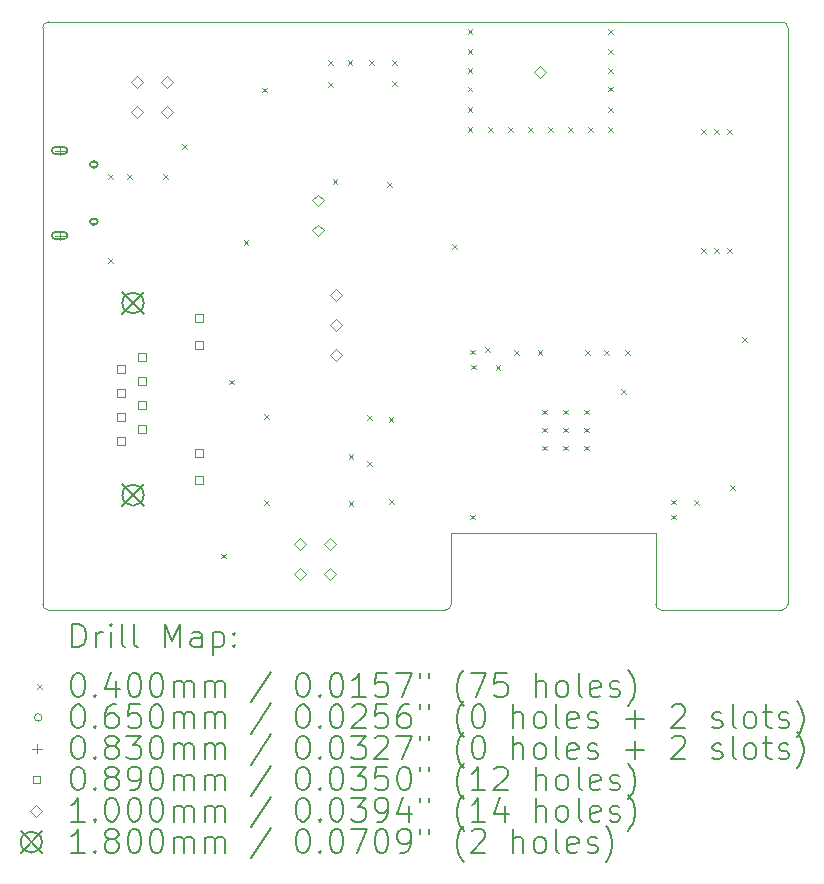
<source format=gbr>
%FSLAX45Y45*%
G04 Gerber Fmt 4.5, Leading zero omitted, Abs format (unit mm)*
G04 Created by KiCad (PCBNEW (6.0.1-0)) date 2022-01-18 00:38:37*
%MOMM*%
%LPD*%
G01*
G04 APERTURE LIST*
%TA.AperFunction,Profile*%
%ADD10C,0.100000*%
%TD*%
%ADD11C,0.200000*%
%ADD12C,0.040000*%
%ADD13C,0.065000*%
%ADD14C,0.083000*%
%ADD15C,0.089000*%
%ADD16C,0.100000*%
%ADD17C,0.180000*%
G04 APERTURE END LIST*
D10*
X5273200Y-15596800D02*
G75*
G03*
X5323200Y-15646800I50000J0D01*
G01*
X11533200Y-10666800D02*
X5323200Y-10666800D01*
X8683200Y-15646800D02*
X5323200Y-15646800D01*
X11533200Y-15646800D02*
X10513200Y-15646800D01*
X10463200Y-15596800D02*
G75*
G03*
X10513200Y-15646800I50000J0D01*
G01*
X11533200Y-15646800D02*
G75*
G03*
X11583200Y-15596800I0J50000D01*
G01*
X11583200Y-15596800D02*
X11583200Y-10716800D01*
X10463200Y-14996800D02*
X8733200Y-14996800D01*
X5273200Y-15596800D02*
X5273200Y-10716800D01*
X11583200Y-10716800D02*
G75*
G03*
X11533200Y-10666800I-50000J0D01*
G01*
X10463200Y-15596800D02*
X10463200Y-14996800D01*
X5323200Y-10666800D02*
G75*
G03*
X5273200Y-10716800I0J-50000D01*
G01*
X8683200Y-15646800D02*
G75*
G03*
X8733200Y-15596800I0J50000D01*
G01*
X8733200Y-14996800D02*
X8733200Y-15596800D01*
D11*
D12*
X5831087Y-11959099D02*
X5871087Y-11999099D01*
X5871087Y-11959099D02*
X5831087Y-11999099D01*
X5831087Y-12668373D02*
X5871087Y-12708373D01*
X5871087Y-12668373D02*
X5831087Y-12708373D01*
X5987100Y-11956100D02*
X6027100Y-11996100D01*
X6027100Y-11956100D02*
X5987100Y-11996100D01*
X6291900Y-11956100D02*
X6331900Y-11996100D01*
X6331900Y-11956100D02*
X6291900Y-11996100D01*
X6457000Y-11702100D02*
X6497000Y-11742100D01*
X6497000Y-11702100D02*
X6457000Y-11742100D01*
X6787200Y-15169200D02*
X6827200Y-15209200D01*
X6827200Y-15169200D02*
X6787200Y-15209200D01*
X6850700Y-13696000D02*
X6890700Y-13736000D01*
X6890700Y-13696000D02*
X6850700Y-13736000D01*
X6976430Y-12516170D02*
X7016430Y-12556170D01*
X7016430Y-12516170D02*
X6976430Y-12556170D01*
X7130100Y-11224580D02*
X7170100Y-11264580D01*
X7170100Y-11224580D02*
X7130100Y-11264580D01*
X7149150Y-14718350D02*
X7189150Y-14758350D01*
X7189150Y-14718350D02*
X7149150Y-14758350D01*
X7149150Y-13988100D02*
X7189150Y-14028100D01*
X7189150Y-13988100D02*
X7149150Y-14028100D01*
X7691030Y-10992600D02*
X7731030Y-11032600D01*
X7731030Y-10992600D02*
X7691030Y-11032600D01*
X7691030Y-11176750D02*
X7731030Y-11216750D01*
X7731030Y-11176750D02*
X7691030Y-11216750D01*
X7729130Y-11995900D02*
X7769130Y-12035900D01*
X7769130Y-11995900D02*
X7729130Y-12035900D01*
X7856130Y-10992600D02*
X7896130Y-11032600D01*
X7896130Y-10992600D02*
X7856130Y-11032600D01*
X7865000Y-14328051D02*
X7905000Y-14368051D01*
X7905000Y-14328051D02*
X7865000Y-14368051D01*
X7865000Y-14728100D02*
X7905000Y-14768100D01*
X7905000Y-14728100D02*
X7865000Y-14768100D01*
X8019100Y-13994450D02*
X8059100Y-14034450D01*
X8059100Y-13994450D02*
X8019100Y-14034450D01*
X8019100Y-14388150D02*
X8059100Y-14428150D01*
X8059100Y-14388150D02*
X8019100Y-14428150D01*
X8040280Y-10992600D02*
X8080280Y-11032600D01*
X8080280Y-10992600D02*
X8040280Y-11032600D01*
X8187730Y-12026250D02*
X8227730Y-12066250D01*
X8227730Y-12026250D02*
X8187730Y-12066250D01*
X8203250Y-14013500D02*
X8243250Y-14053500D01*
X8243250Y-14013500D02*
X8203250Y-14053500D01*
X8207900Y-14709050D02*
X8247900Y-14749050D01*
X8247900Y-14709050D02*
X8207900Y-14749050D01*
X8230780Y-10992600D02*
X8270780Y-11032600D01*
X8270780Y-10992600D02*
X8230780Y-11032600D01*
X8230780Y-11170400D02*
X8270780Y-11210400D01*
X8270780Y-11170400D02*
X8230780Y-11210400D01*
X8741300Y-12550050D02*
X8781300Y-12590050D01*
X8781300Y-12550050D02*
X8741300Y-12590050D01*
X8872500Y-10896800D02*
X8912500Y-10936800D01*
X8912500Y-10896800D02*
X8872500Y-10936800D01*
X8872500Y-11216800D02*
X8912500Y-11256800D01*
X8912500Y-11216800D02*
X8872500Y-11256800D01*
X8872500Y-11557300D02*
X8912500Y-11597300D01*
X8912500Y-11557300D02*
X8872500Y-11597300D01*
X8873200Y-10726800D02*
X8913200Y-10766800D01*
X8913200Y-10726800D02*
X8873200Y-10766800D01*
X8873200Y-11056800D02*
X8913200Y-11096800D01*
X8913200Y-11056800D02*
X8873200Y-11096800D01*
X8873200Y-11386800D02*
X8913200Y-11426800D01*
X8913200Y-11386800D02*
X8873200Y-11426800D01*
X8895400Y-13442000D02*
X8935400Y-13482000D01*
X8935400Y-13442000D02*
X8895400Y-13482000D01*
X8895400Y-14839000D02*
X8935400Y-14879000D01*
X8935400Y-14839000D02*
X8895400Y-14879000D01*
X8901750Y-13569000D02*
X8941750Y-13609000D01*
X8941750Y-13569000D02*
X8901750Y-13609000D01*
X9022400Y-13422950D02*
X9062400Y-13462950D01*
X9062400Y-13422950D02*
X9022400Y-13462950D01*
X9043200Y-11556800D02*
X9083200Y-11596800D01*
X9083200Y-11556800D02*
X9043200Y-11596800D01*
X9109600Y-13570700D02*
X9149600Y-13610700D01*
X9149600Y-13570700D02*
X9109600Y-13610700D01*
X9213200Y-11556800D02*
X9253200Y-11596800D01*
X9253200Y-11556800D02*
X9213200Y-11596800D01*
X9268350Y-13445400D02*
X9308350Y-13485400D01*
X9308350Y-13445400D02*
X9268350Y-13485400D01*
X9383200Y-11556800D02*
X9423200Y-11596800D01*
X9423200Y-11556800D02*
X9383200Y-11596800D01*
X9465200Y-13445400D02*
X9505200Y-13485400D01*
X9505200Y-13445400D02*
X9465200Y-13485400D01*
X9505000Y-13950000D02*
X9545000Y-13990000D01*
X9545000Y-13950000D02*
X9505000Y-13990000D01*
X9505000Y-14102400D02*
X9545000Y-14142400D01*
X9545000Y-14102400D02*
X9505000Y-14142400D01*
X9505000Y-14254800D02*
X9545000Y-14294800D01*
X9545000Y-14254800D02*
X9505000Y-14294800D01*
X9553200Y-11556800D02*
X9593200Y-11596800D01*
X9593200Y-11556800D02*
X9553200Y-11596800D01*
X9682800Y-13950000D02*
X9722800Y-13990000D01*
X9722800Y-13950000D02*
X9682800Y-13990000D01*
X9682800Y-14102400D02*
X9722800Y-14142400D01*
X9722800Y-14102400D02*
X9682800Y-14142400D01*
X9682800Y-14254800D02*
X9722800Y-14294800D01*
X9722800Y-14254800D02*
X9682800Y-14294800D01*
X9723200Y-11556800D02*
X9763200Y-11596800D01*
X9763200Y-11556800D02*
X9723200Y-11596800D01*
X9860600Y-13950000D02*
X9900600Y-13990000D01*
X9900600Y-13950000D02*
X9860600Y-13990000D01*
X9860600Y-14102400D02*
X9900600Y-14142400D01*
X9900600Y-14102400D02*
X9860600Y-14142400D01*
X9860600Y-14254800D02*
X9900600Y-14294800D01*
X9900600Y-14254800D02*
X9860600Y-14294800D01*
X9865250Y-13445400D02*
X9905250Y-13485400D01*
X9905250Y-13445400D02*
X9865250Y-13485400D01*
X9893200Y-11556800D02*
X9933200Y-11596800D01*
X9933200Y-11556800D02*
X9893200Y-11596800D01*
X10025700Y-13448350D02*
X10065700Y-13488350D01*
X10065700Y-13448350D02*
X10025700Y-13488350D01*
X10062500Y-10896800D02*
X10102500Y-10936800D01*
X10102500Y-10896800D02*
X10062500Y-10936800D01*
X10062500Y-11216800D02*
X10102500Y-11256800D01*
X10102500Y-11216800D02*
X10062500Y-11256800D01*
X10063200Y-10726800D02*
X10103200Y-10766800D01*
X10103200Y-10726800D02*
X10063200Y-10766800D01*
X10063200Y-11056800D02*
X10103200Y-11096800D01*
X10103200Y-11056800D02*
X10063200Y-11096800D01*
X10063200Y-11386800D02*
X10103200Y-11426800D01*
X10103200Y-11386800D02*
X10063200Y-11426800D01*
X10063200Y-11556800D02*
X10103200Y-11596800D01*
X10103200Y-11556800D02*
X10063200Y-11596800D01*
X10171750Y-13778550D02*
X10211750Y-13818550D01*
X10211750Y-13778550D02*
X10171750Y-13818550D01*
X10208150Y-13445400D02*
X10248150Y-13485400D01*
X10248150Y-13445400D02*
X10208150Y-13485400D01*
X10597200Y-14712000D02*
X10637200Y-14752000D01*
X10637200Y-14712000D02*
X10597200Y-14752000D01*
X10597200Y-14839000D02*
X10637200Y-14879000D01*
X10637200Y-14839000D02*
X10597200Y-14879000D01*
X10790240Y-14719620D02*
X10830240Y-14759620D01*
X10830240Y-14719620D02*
X10790240Y-14759620D01*
X10850700Y-11572650D02*
X10890700Y-11612650D01*
X10890700Y-11572650D02*
X10850700Y-11612650D01*
X10850700Y-12582650D02*
X10890700Y-12622650D01*
X10890700Y-12582650D02*
X10850700Y-12622650D01*
X10960700Y-11572650D02*
X11000700Y-11612650D01*
X11000700Y-11572650D02*
X10960700Y-11612650D01*
X10960700Y-12582650D02*
X11000700Y-12622650D01*
X11000700Y-12582650D02*
X10960700Y-12622650D01*
X11070700Y-11572650D02*
X11110700Y-11612650D01*
X11110700Y-11572650D02*
X11070700Y-11612650D01*
X11070700Y-12582650D02*
X11110700Y-12622650D01*
X11110700Y-12582650D02*
X11070700Y-12622650D01*
X11097150Y-14587540D02*
X11137150Y-14627540D01*
X11137150Y-14587540D02*
X11097150Y-14627540D01*
X11199180Y-13337860D02*
X11239180Y-13377860D01*
X11239180Y-13337860D02*
X11199180Y-13377860D01*
D13*
X5740320Y-11874300D02*
G75*
G03*
X5740320Y-11874300I-32500J0D01*
G01*
D11*
X5717820Y-11851800D02*
X5697820Y-11851800D01*
X5717820Y-11896800D02*
X5697820Y-11896800D01*
X5697820Y-11851800D02*
G75*
G03*
X5697820Y-11896800I0J-22500D01*
G01*
X5717820Y-11896800D02*
G75*
G03*
X5717820Y-11851800I0J22500D01*
G01*
D13*
X5740320Y-12359300D02*
G75*
G03*
X5740320Y-12359300I-32500J0D01*
G01*
D11*
X5717820Y-12336800D02*
X5697820Y-12336800D01*
X5717820Y-12381800D02*
X5697820Y-12381800D01*
X5697820Y-12336800D02*
G75*
G03*
X5697820Y-12381800I0J-22500D01*
G01*
X5717820Y-12381800D02*
G75*
G03*
X5717820Y-12336800I0J22500D01*
G01*
D14*
X5417820Y-11715300D02*
X5417820Y-11798300D01*
X5376320Y-11756800D02*
X5459320Y-11756800D01*
D11*
X5451320Y-11725300D02*
X5384320Y-11725300D01*
X5451320Y-11788300D02*
X5384320Y-11788300D01*
X5384320Y-11725300D02*
G75*
G03*
X5384320Y-11788300I0J-31500D01*
G01*
X5451320Y-11788300D02*
G75*
G03*
X5451320Y-11725300I0J31500D01*
G01*
D14*
X5417820Y-12435300D02*
X5417820Y-12518300D01*
X5376320Y-12476800D02*
X5459320Y-12476800D01*
D11*
X5451320Y-12445300D02*
X5384320Y-12445300D01*
X5451320Y-12508300D02*
X5384320Y-12508300D01*
X5384320Y-12445300D02*
G75*
G03*
X5384320Y-12508300I0J-31500D01*
G01*
X5451320Y-12508300D02*
G75*
G03*
X5451320Y-12445300I0J31500D01*
G01*
D15*
X5968717Y-13637117D02*
X5968717Y-13574183D01*
X5905783Y-13574183D01*
X5905783Y-13637117D01*
X5968717Y-13637117D01*
X5968717Y-13841117D02*
X5968717Y-13778183D01*
X5905783Y-13778183D01*
X5905783Y-13841117D01*
X5968717Y-13841117D01*
X5968717Y-14045117D02*
X5968717Y-13982183D01*
X5905783Y-13982183D01*
X5905783Y-14045117D01*
X5968717Y-14045117D01*
X5968717Y-14249117D02*
X5968717Y-14186183D01*
X5905783Y-14186183D01*
X5905783Y-14249117D01*
X5968717Y-14249117D01*
X6146717Y-13535117D02*
X6146717Y-13472183D01*
X6083783Y-13472183D01*
X6083783Y-13535117D01*
X6146717Y-13535117D01*
X6146717Y-13739117D02*
X6146717Y-13676183D01*
X6083783Y-13676183D01*
X6083783Y-13739117D01*
X6146717Y-13739117D01*
X6146717Y-13943117D02*
X6146717Y-13880183D01*
X6083783Y-13880183D01*
X6083783Y-13943117D01*
X6146717Y-13943117D01*
X6146717Y-14147117D02*
X6146717Y-14084183D01*
X6083783Y-14084183D01*
X6083783Y-14147117D01*
X6146717Y-14147117D01*
X6627717Y-13206117D02*
X6627717Y-13143183D01*
X6564783Y-13143183D01*
X6564783Y-13206117D01*
X6627717Y-13206117D01*
X6627717Y-13435117D02*
X6627717Y-13372183D01*
X6564783Y-13372183D01*
X6564783Y-13435117D01*
X6627717Y-13435117D01*
X6627717Y-14349117D02*
X6627717Y-14286183D01*
X6564783Y-14286183D01*
X6564783Y-14349117D01*
X6627717Y-14349117D01*
X6627717Y-14578117D02*
X6627717Y-14515183D01*
X6564783Y-14515183D01*
X6564783Y-14578117D01*
X6627717Y-14578117D01*
D16*
X6070600Y-11226000D02*
X6120600Y-11176000D01*
X6070600Y-11126000D01*
X6020600Y-11176000D01*
X6070600Y-11226000D01*
X6070600Y-11480000D02*
X6120600Y-11430000D01*
X6070600Y-11380000D01*
X6020600Y-11430000D01*
X6070600Y-11480000D01*
X6324600Y-11226000D02*
X6374600Y-11176000D01*
X6324600Y-11126000D01*
X6274600Y-11176000D01*
X6324600Y-11226000D01*
X6324600Y-11480000D02*
X6374600Y-11430000D01*
X6324600Y-11380000D01*
X6274600Y-11430000D01*
X6324600Y-11480000D01*
X7453200Y-15141000D02*
X7503200Y-15091000D01*
X7453200Y-15041000D01*
X7403200Y-15091000D01*
X7453200Y-15141000D01*
X7453200Y-15395000D02*
X7503200Y-15345000D01*
X7453200Y-15295000D01*
X7403200Y-15345000D01*
X7453200Y-15395000D01*
X7607300Y-12229300D02*
X7657300Y-12179300D01*
X7607300Y-12129300D01*
X7557300Y-12179300D01*
X7607300Y-12229300D01*
X7607300Y-12483300D02*
X7657300Y-12433300D01*
X7607300Y-12383300D01*
X7557300Y-12433300D01*
X7607300Y-12483300D01*
X7707200Y-15141000D02*
X7757200Y-15091000D01*
X7707200Y-15041000D01*
X7657200Y-15091000D01*
X7707200Y-15141000D01*
X7707200Y-15395000D02*
X7757200Y-15345000D01*
X7707200Y-15295000D01*
X7657200Y-15345000D01*
X7707200Y-15395000D01*
X7758000Y-13032800D02*
X7808000Y-12982800D01*
X7758000Y-12932800D01*
X7708000Y-12982800D01*
X7758000Y-13032800D01*
X7758000Y-13286800D02*
X7808000Y-13236800D01*
X7758000Y-13186800D01*
X7708000Y-13236800D01*
X7758000Y-13286800D01*
X7758000Y-13540800D02*
X7808000Y-13490800D01*
X7758000Y-13440800D01*
X7708000Y-13490800D01*
X7758000Y-13540800D01*
X9488170Y-11140910D02*
X9538170Y-11090910D01*
X9488170Y-11040910D01*
X9438170Y-11090910D01*
X9488170Y-11140910D01*
D17*
X5949250Y-12957650D02*
X6129250Y-13137650D01*
X6129250Y-12957650D02*
X5949250Y-13137650D01*
X6129250Y-13047650D02*
G75*
G03*
X6129250Y-13047650I-90000J0D01*
G01*
X5949250Y-14583650D02*
X6129250Y-14763650D01*
X6129250Y-14583650D02*
X5949250Y-14763650D01*
X6129250Y-14673650D02*
G75*
G03*
X6129250Y-14673650I-90000J0D01*
G01*
D11*
X5525819Y-15962276D02*
X5525819Y-15762276D01*
X5573438Y-15762276D01*
X5602009Y-15771800D01*
X5621057Y-15790848D01*
X5630581Y-15809895D01*
X5640105Y-15847990D01*
X5640105Y-15876562D01*
X5630581Y-15914657D01*
X5621057Y-15933705D01*
X5602009Y-15952752D01*
X5573438Y-15962276D01*
X5525819Y-15962276D01*
X5725819Y-15962276D02*
X5725819Y-15828943D01*
X5725819Y-15867038D02*
X5735343Y-15847990D01*
X5744867Y-15838467D01*
X5763914Y-15828943D01*
X5782962Y-15828943D01*
X5849628Y-15962276D02*
X5849628Y-15828943D01*
X5849628Y-15762276D02*
X5840105Y-15771800D01*
X5849628Y-15781324D01*
X5859152Y-15771800D01*
X5849628Y-15762276D01*
X5849628Y-15781324D01*
X5973438Y-15962276D02*
X5954390Y-15952752D01*
X5944867Y-15933705D01*
X5944867Y-15762276D01*
X6078200Y-15962276D02*
X6059152Y-15952752D01*
X6049628Y-15933705D01*
X6049628Y-15762276D01*
X6306771Y-15962276D02*
X6306771Y-15762276D01*
X6373438Y-15905133D01*
X6440105Y-15762276D01*
X6440105Y-15962276D01*
X6621057Y-15962276D02*
X6621057Y-15857514D01*
X6611533Y-15838467D01*
X6592486Y-15828943D01*
X6554390Y-15828943D01*
X6535343Y-15838467D01*
X6621057Y-15952752D02*
X6602009Y-15962276D01*
X6554390Y-15962276D01*
X6535343Y-15952752D01*
X6525819Y-15933705D01*
X6525819Y-15914657D01*
X6535343Y-15895609D01*
X6554390Y-15886086D01*
X6602009Y-15886086D01*
X6621057Y-15876562D01*
X6716295Y-15828943D02*
X6716295Y-16028943D01*
X6716295Y-15838467D02*
X6735343Y-15828943D01*
X6773438Y-15828943D01*
X6792486Y-15838467D01*
X6802009Y-15847990D01*
X6811533Y-15867038D01*
X6811533Y-15924181D01*
X6802009Y-15943228D01*
X6792486Y-15952752D01*
X6773438Y-15962276D01*
X6735343Y-15962276D01*
X6716295Y-15952752D01*
X6897248Y-15943228D02*
X6906771Y-15952752D01*
X6897248Y-15962276D01*
X6887724Y-15952752D01*
X6897248Y-15943228D01*
X6897248Y-15962276D01*
X6897248Y-15838467D02*
X6906771Y-15847990D01*
X6897248Y-15857514D01*
X6887724Y-15847990D01*
X6897248Y-15838467D01*
X6897248Y-15857514D01*
D12*
X5228200Y-16271800D02*
X5268200Y-16311800D01*
X5268200Y-16271800D02*
X5228200Y-16311800D01*
D11*
X5563914Y-16182276D02*
X5582962Y-16182276D01*
X5602009Y-16191800D01*
X5611533Y-16201324D01*
X5621057Y-16220371D01*
X5630581Y-16258467D01*
X5630581Y-16306086D01*
X5621057Y-16344181D01*
X5611533Y-16363228D01*
X5602009Y-16372752D01*
X5582962Y-16382276D01*
X5563914Y-16382276D01*
X5544867Y-16372752D01*
X5535343Y-16363228D01*
X5525819Y-16344181D01*
X5516295Y-16306086D01*
X5516295Y-16258467D01*
X5525819Y-16220371D01*
X5535343Y-16201324D01*
X5544867Y-16191800D01*
X5563914Y-16182276D01*
X5716295Y-16363228D02*
X5725819Y-16372752D01*
X5716295Y-16382276D01*
X5706771Y-16372752D01*
X5716295Y-16363228D01*
X5716295Y-16382276D01*
X5897248Y-16248943D02*
X5897248Y-16382276D01*
X5849628Y-16172752D02*
X5802009Y-16315609D01*
X5925819Y-16315609D01*
X6040105Y-16182276D02*
X6059152Y-16182276D01*
X6078200Y-16191800D01*
X6087724Y-16201324D01*
X6097248Y-16220371D01*
X6106771Y-16258467D01*
X6106771Y-16306086D01*
X6097248Y-16344181D01*
X6087724Y-16363228D01*
X6078200Y-16372752D01*
X6059152Y-16382276D01*
X6040105Y-16382276D01*
X6021057Y-16372752D01*
X6011533Y-16363228D01*
X6002009Y-16344181D01*
X5992486Y-16306086D01*
X5992486Y-16258467D01*
X6002009Y-16220371D01*
X6011533Y-16201324D01*
X6021057Y-16191800D01*
X6040105Y-16182276D01*
X6230581Y-16182276D02*
X6249628Y-16182276D01*
X6268676Y-16191800D01*
X6278200Y-16201324D01*
X6287724Y-16220371D01*
X6297248Y-16258467D01*
X6297248Y-16306086D01*
X6287724Y-16344181D01*
X6278200Y-16363228D01*
X6268676Y-16372752D01*
X6249628Y-16382276D01*
X6230581Y-16382276D01*
X6211533Y-16372752D01*
X6202009Y-16363228D01*
X6192486Y-16344181D01*
X6182962Y-16306086D01*
X6182962Y-16258467D01*
X6192486Y-16220371D01*
X6202009Y-16201324D01*
X6211533Y-16191800D01*
X6230581Y-16182276D01*
X6382962Y-16382276D02*
X6382962Y-16248943D01*
X6382962Y-16267990D02*
X6392486Y-16258467D01*
X6411533Y-16248943D01*
X6440105Y-16248943D01*
X6459152Y-16258467D01*
X6468676Y-16277514D01*
X6468676Y-16382276D01*
X6468676Y-16277514D02*
X6478200Y-16258467D01*
X6497248Y-16248943D01*
X6525819Y-16248943D01*
X6544867Y-16258467D01*
X6554390Y-16277514D01*
X6554390Y-16382276D01*
X6649628Y-16382276D02*
X6649628Y-16248943D01*
X6649628Y-16267990D02*
X6659152Y-16258467D01*
X6678200Y-16248943D01*
X6706771Y-16248943D01*
X6725819Y-16258467D01*
X6735343Y-16277514D01*
X6735343Y-16382276D01*
X6735343Y-16277514D02*
X6744867Y-16258467D01*
X6763914Y-16248943D01*
X6792486Y-16248943D01*
X6811533Y-16258467D01*
X6821057Y-16277514D01*
X6821057Y-16382276D01*
X7211533Y-16172752D02*
X7040105Y-16429895D01*
X7468676Y-16182276D02*
X7487724Y-16182276D01*
X7506771Y-16191800D01*
X7516295Y-16201324D01*
X7525819Y-16220371D01*
X7535343Y-16258467D01*
X7535343Y-16306086D01*
X7525819Y-16344181D01*
X7516295Y-16363228D01*
X7506771Y-16372752D01*
X7487724Y-16382276D01*
X7468676Y-16382276D01*
X7449628Y-16372752D01*
X7440105Y-16363228D01*
X7430581Y-16344181D01*
X7421057Y-16306086D01*
X7421057Y-16258467D01*
X7430581Y-16220371D01*
X7440105Y-16201324D01*
X7449628Y-16191800D01*
X7468676Y-16182276D01*
X7621057Y-16363228D02*
X7630581Y-16372752D01*
X7621057Y-16382276D01*
X7611533Y-16372752D01*
X7621057Y-16363228D01*
X7621057Y-16382276D01*
X7754390Y-16182276D02*
X7773438Y-16182276D01*
X7792486Y-16191800D01*
X7802009Y-16201324D01*
X7811533Y-16220371D01*
X7821057Y-16258467D01*
X7821057Y-16306086D01*
X7811533Y-16344181D01*
X7802009Y-16363228D01*
X7792486Y-16372752D01*
X7773438Y-16382276D01*
X7754390Y-16382276D01*
X7735343Y-16372752D01*
X7725819Y-16363228D01*
X7716295Y-16344181D01*
X7706771Y-16306086D01*
X7706771Y-16258467D01*
X7716295Y-16220371D01*
X7725819Y-16201324D01*
X7735343Y-16191800D01*
X7754390Y-16182276D01*
X8011533Y-16382276D02*
X7897248Y-16382276D01*
X7954390Y-16382276D02*
X7954390Y-16182276D01*
X7935343Y-16210848D01*
X7916295Y-16229895D01*
X7897248Y-16239419D01*
X8192486Y-16182276D02*
X8097248Y-16182276D01*
X8087724Y-16277514D01*
X8097248Y-16267990D01*
X8116295Y-16258467D01*
X8163914Y-16258467D01*
X8182962Y-16267990D01*
X8192486Y-16277514D01*
X8202009Y-16296562D01*
X8202009Y-16344181D01*
X8192486Y-16363228D01*
X8182962Y-16372752D01*
X8163914Y-16382276D01*
X8116295Y-16382276D01*
X8097248Y-16372752D01*
X8087724Y-16363228D01*
X8268676Y-16182276D02*
X8402010Y-16182276D01*
X8316295Y-16382276D01*
X8468676Y-16182276D02*
X8468676Y-16220371D01*
X8544867Y-16182276D02*
X8544867Y-16220371D01*
X8840105Y-16458467D02*
X8830581Y-16448943D01*
X8811533Y-16420371D01*
X8802010Y-16401324D01*
X8792486Y-16372752D01*
X8782962Y-16325133D01*
X8782962Y-16287038D01*
X8792486Y-16239419D01*
X8802010Y-16210848D01*
X8811533Y-16191800D01*
X8830581Y-16163228D01*
X8840105Y-16153705D01*
X8897248Y-16182276D02*
X9030581Y-16182276D01*
X8944867Y-16382276D01*
X9202010Y-16182276D02*
X9106771Y-16182276D01*
X9097248Y-16277514D01*
X9106771Y-16267990D01*
X9125819Y-16258467D01*
X9173438Y-16258467D01*
X9192486Y-16267990D01*
X9202010Y-16277514D01*
X9211533Y-16296562D01*
X9211533Y-16344181D01*
X9202010Y-16363228D01*
X9192486Y-16372752D01*
X9173438Y-16382276D01*
X9125819Y-16382276D01*
X9106771Y-16372752D01*
X9097248Y-16363228D01*
X9449629Y-16382276D02*
X9449629Y-16182276D01*
X9535343Y-16382276D02*
X9535343Y-16277514D01*
X9525819Y-16258467D01*
X9506771Y-16248943D01*
X9478200Y-16248943D01*
X9459152Y-16258467D01*
X9449629Y-16267990D01*
X9659152Y-16382276D02*
X9640105Y-16372752D01*
X9630581Y-16363228D01*
X9621057Y-16344181D01*
X9621057Y-16287038D01*
X9630581Y-16267990D01*
X9640105Y-16258467D01*
X9659152Y-16248943D01*
X9687724Y-16248943D01*
X9706771Y-16258467D01*
X9716295Y-16267990D01*
X9725819Y-16287038D01*
X9725819Y-16344181D01*
X9716295Y-16363228D01*
X9706771Y-16372752D01*
X9687724Y-16382276D01*
X9659152Y-16382276D01*
X9840105Y-16382276D02*
X9821057Y-16372752D01*
X9811533Y-16353705D01*
X9811533Y-16182276D01*
X9992486Y-16372752D02*
X9973438Y-16382276D01*
X9935343Y-16382276D01*
X9916295Y-16372752D01*
X9906771Y-16353705D01*
X9906771Y-16277514D01*
X9916295Y-16258467D01*
X9935343Y-16248943D01*
X9973438Y-16248943D01*
X9992486Y-16258467D01*
X10002010Y-16277514D01*
X10002010Y-16296562D01*
X9906771Y-16315609D01*
X10078200Y-16372752D02*
X10097248Y-16382276D01*
X10135343Y-16382276D01*
X10154390Y-16372752D01*
X10163914Y-16353705D01*
X10163914Y-16344181D01*
X10154390Y-16325133D01*
X10135343Y-16315609D01*
X10106771Y-16315609D01*
X10087724Y-16306086D01*
X10078200Y-16287038D01*
X10078200Y-16277514D01*
X10087724Y-16258467D01*
X10106771Y-16248943D01*
X10135343Y-16248943D01*
X10154390Y-16258467D01*
X10230581Y-16458467D02*
X10240105Y-16448943D01*
X10259152Y-16420371D01*
X10268676Y-16401324D01*
X10278200Y-16372752D01*
X10287724Y-16325133D01*
X10287724Y-16287038D01*
X10278200Y-16239419D01*
X10268676Y-16210848D01*
X10259152Y-16191800D01*
X10240105Y-16163228D01*
X10230581Y-16153705D01*
D13*
X5268200Y-16555800D02*
G75*
G03*
X5268200Y-16555800I-32500J0D01*
G01*
D11*
X5563914Y-16446276D02*
X5582962Y-16446276D01*
X5602009Y-16455800D01*
X5611533Y-16465324D01*
X5621057Y-16484371D01*
X5630581Y-16522467D01*
X5630581Y-16570086D01*
X5621057Y-16608181D01*
X5611533Y-16627228D01*
X5602009Y-16636752D01*
X5582962Y-16646276D01*
X5563914Y-16646276D01*
X5544867Y-16636752D01*
X5535343Y-16627228D01*
X5525819Y-16608181D01*
X5516295Y-16570086D01*
X5516295Y-16522467D01*
X5525819Y-16484371D01*
X5535343Y-16465324D01*
X5544867Y-16455800D01*
X5563914Y-16446276D01*
X5716295Y-16627228D02*
X5725819Y-16636752D01*
X5716295Y-16646276D01*
X5706771Y-16636752D01*
X5716295Y-16627228D01*
X5716295Y-16646276D01*
X5897248Y-16446276D02*
X5859152Y-16446276D01*
X5840105Y-16455800D01*
X5830581Y-16465324D01*
X5811533Y-16493895D01*
X5802009Y-16531990D01*
X5802009Y-16608181D01*
X5811533Y-16627228D01*
X5821057Y-16636752D01*
X5840105Y-16646276D01*
X5878200Y-16646276D01*
X5897248Y-16636752D01*
X5906771Y-16627228D01*
X5916295Y-16608181D01*
X5916295Y-16560562D01*
X5906771Y-16541514D01*
X5897248Y-16531990D01*
X5878200Y-16522467D01*
X5840105Y-16522467D01*
X5821057Y-16531990D01*
X5811533Y-16541514D01*
X5802009Y-16560562D01*
X6097248Y-16446276D02*
X6002009Y-16446276D01*
X5992486Y-16541514D01*
X6002009Y-16531990D01*
X6021057Y-16522467D01*
X6068676Y-16522467D01*
X6087724Y-16531990D01*
X6097248Y-16541514D01*
X6106771Y-16560562D01*
X6106771Y-16608181D01*
X6097248Y-16627228D01*
X6087724Y-16636752D01*
X6068676Y-16646276D01*
X6021057Y-16646276D01*
X6002009Y-16636752D01*
X5992486Y-16627228D01*
X6230581Y-16446276D02*
X6249628Y-16446276D01*
X6268676Y-16455800D01*
X6278200Y-16465324D01*
X6287724Y-16484371D01*
X6297248Y-16522467D01*
X6297248Y-16570086D01*
X6287724Y-16608181D01*
X6278200Y-16627228D01*
X6268676Y-16636752D01*
X6249628Y-16646276D01*
X6230581Y-16646276D01*
X6211533Y-16636752D01*
X6202009Y-16627228D01*
X6192486Y-16608181D01*
X6182962Y-16570086D01*
X6182962Y-16522467D01*
X6192486Y-16484371D01*
X6202009Y-16465324D01*
X6211533Y-16455800D01*
X6230581Y-16446276D01*
X6382962Y-16646276D02*
X6382962Y-16512943D01*
X6382962Y-16531990D02*
X6392486Y-16522467D01*
X6411533Y-16512943D01*
X6440105Y-16512943D01*
X6459152Y-16522467D01*
X6468676Y-16541514D01*
X6468676Y-16646276D01*
X6468676Y-16541514D02*
X6478200Y-16522467D01*
X6497248Y-16512943D01*
X6525819Y-16512943D01*
X6544867Y-16522467D01*
X6554390Y-16541514D01*
X6554390Y-16646276D01*
X6649628Y-16646276D02*
X6649628Y-16512943D01*
X6649628Y-16531990D02*
X6659152Y-16522467D01*
X6678200Y-16512943D01*
X6706771Y-16512943D01*
X6725819Y-16522467D01*
X6735343Y-16541514D01*
X6735343Y-16646276D01*
X6735343Y-16541514D02*
X6744867Y-16522467D01*
X6763914Y-16512943D01*
X6792486Y-16512943D01*
X6811533Y-16522467D01*
X6821057Y-16541514D01*
X6821057Y-16646276D01*
X7211533Y-16436752D02*
X7040105Y-16693895D01*
X7468676Y-16446276D02*
X7487724Y-16446276D01*
X7506771Y-16455800D01*
X7516295Y-16465324D01*
X7525819Y-16484371D01*
X7535343Y-16522467D01*
X7535343Y-16570086D01*
X7525819Y-16608181D01*
X7516295Y-16627228D01*
X7506771Y-16636752D01*
X7487724Y-16646276D01*
X7468676Y-16646276D01*
X7449628Y-16636752D01*
X7440105Y-16627228D01*
X7430581Y-16608181D01*
X7421057Y-16570086D01*
X7421057Y-16522467D01*
X7430581Y-16484371D01*
X7440105Y-16465324D01*
X7449628Y-16455800D01*
X7468676Y-16446276D01*
X7621057Y-16627228D02*
X7630581Y-16636752D01*
X7621057Y-16646276D01*
X7611533Y-16636752D01*
X7621057Y-16627228D01*
X7621057Y-16646276D01*
X7754390Y-16446276D02*
X7773438Y-16446276D01*
X7792486Y-16455800D01*
X7802009Y-16465324D01*
X7811533Y-16484371D01*
X7821057Y-16522467D01*
X7821057Y-16570086D01*
X7811533Y-16608181D01*
X7802009Y-16627228D01*
X7792486Y-16636752D01*
X7773438Y-16646276D01*
X7754390Y-16646276D01*
X7735343Y-16636752D01*
X7725819Y-16627228D01*
X7716295Y-16608181D01*
X7706771Y-16570086D01*
X7706771Y-16522467D01*
X7716295Y-16484371D01*
X7725819Y-16465324D01*
X7735343Y-16455800D01*
X7754390Y-16446276D01*
X7897248Y-16465324D02*
X7906771Y-16455800D01*
X7925819Y-16446276D01*
X7973438Y-16446276D01*
X7992486Y-16455800D01*
X8002009Y-16465324D01*
X8011533Y-16484371D01*
X8011533Y-16503419D01*
X8002009Y-16531990D01*
X7887724Y-16646276D01*
X8011533Y-16646276D01*
X8192486Y-16446276D02*
X8097248Y-16446276D01*
X8087724Y-16541514D01*
X8097248Y-16531990D01*
X8116295Y-16522467D01*
X8163914Y-16522467D01*
X8182962Y-16531990D01*
X8192486Y-16541514D01*
X8202009Y-16560562D01*
X8202009Y-16608181D01*
X8192486Y-16627228D01*
X8182962Y-16636752D01*
X8163914Y-16646276D01*
X8116295Y-16646276D01*
X8097248Y-16636752D01*
X8087724Y-16627228D01*
X8373438Y-16446276D02*
X8335343Y-16446276D01*
X8316295Y-16455800D01*
X8306771Y-16465324D01*
X8287724Y-16493895D01*
X8278200Y-16531990D01*
X8278200Y-16608181D01*
X8287724Y-16627228D01*
X8297248Y-16636752D01*
X8316295Y-16646276D01*
X8354390Y-16646276D01*
X8373438Y-16636752D01*
X8382962Y-16627228D01*
X8392486Y-16608181D01*
X8392486Y-16560562D01*
X8382962Y-16541514D01*
X8373438Y-16531990D01*
X8354390Y-16522467D01*
X8316295Y-16522467D01*
X8297248Y-16531990D01*
X8287724Y-16541514D01*
X8278200Y-16560562D01*
X8468676Y-16446276D02*
X8468676Y-16484371D01*
X8544867Y-16446276D02*
X8544867Y-16484371D01*
X8840105Y-16722467D02*
X8830581Y-16712943D01*
X8811533Y-16684371D01*
X8802010Y-16665324D01*
X8792486Y-16636752D01*
X8782962Y-16589133D01*
X8782962Y-16551038D01*
X8792486Y-16503419D01*
X8802010Y-16474848D01*
X8811533Y-16455800D01*
X8830581Y-16427228D01*
X8840105Y-16417705D01*
X8954390Y-16446276D02*
X8973438Y-16446276D01*
X8992486Y-16455800D01*
X9002010Y-16465324D01*
X9011533Y-16484371D01*
X9021057Y-16522467D01*
X9021057Y-16570086D01*
X9011533Y-16608181D01*
X9002010Y-16627228D01*
X8992486Y-16636752D01*
X8973438Y-16646276D01*
X8954390Y-16646276D01*
X8935343Y-16636752D01*
X8925819Y-16627228D01*
X8916295Y-16608181D01*
X8906771Y-16570086D01*
X8906771Y-16522467D01*
X8916295Y-16484371D01*
X8925819Y-16465324D01*
X8935343Y-16455800D01*
X8954390Y-16446276D01*
X9259152Y-16646276D02*
X9259152Y-16446276D01*
X9344867Y-16646276D02*
X9344867Y-16541514D01*
X9335343Y-16522467D01*
X9316295Y-16512943D01*
X9287724Y-16512943D01*
X9268676Y-16522467D01*
X9259152Y-16531990D01*
X9468676Y-16646276D02*
X9449629Y-16636752D01*
X9440105Y-16627228D01*
X9430581Y-16608181D01*
X9430581Y-16551038D01*
X9440105Y-16531990D01*
X9449629Y-16522467D01*
X9468676Y-16512943D01*
X9497248Y-16512943D01*
X9516295Y-16522467D01*
X9525819Y-16531990D01*
X9535343Y-16551038D01*
X9535343Y-16608181D01*
X9525819Y-16627228D01*
X9516295Y-16636752D01*
X9497248Y-16646276D01*
X9468676Y-16646276D01*
X9649629Y-16646276D02*
X9630581Y-16636752D01*
X9621057Y-16617705D01*
X9621057Y-16446276D01*
X9802010Y-16636752D02*
X9782962Y-16646276D01*
X9744867Y-16646276D01*
X9725819Y-16636752D01*
X9716295Y-16617705D01*
X9716295Y-16541514D01*
X9725819Y-16522467D01*
X9744867Y-16512943D01*
X9782962Y-16512943D01*
X9802010Y-16522467D01*
X9811533Y-16541514D01*
X9811533Y-16560562D01*
X9716295Y-16579609D01*
X9887724Y-16636752D02*
X9906771Y-16646276D01*
X9944867Y-16646276D01*
X9963914Y-16636752D01*
X9973438Y-16617705D01*
X9973438Y-16608181D01*
X9963914Y-16589133D01*
X9944867Y-16579609D01*
X9916295Y-16579609D01*
X9897248Y-16570086D01*
X9887724Y-16551038D01*
X9887724Y-16541514D01*
X9897248Y-16522467D01*
X9916295Y-16512943D01*
X9944867Y-16512943D01*
X9963914Y-16522467D01*
X10211533Y-16570086D02*
X10363914Y-16570086D01*
X10287724Y-16646276D02*
X10287724Y-16493895D01*
X10602010Y-16465324D02*
X10611533Y-16455800D01*
X10630581Y-16446276D01*
X10678200Y-16446276D01*
X10697248Y-16455800D01*
X10706771Y-16465324D01*
X10716295Y-16484371D01*
X10716295Y-16503419D01*
X10706771Y-16531990D01*
X10592486Y-16646276D01*
X10716295Y-16646276D01*
X10944867Y-16636752D02*
X10963914Y-16646276D01*
X11002010Y-16646276D01*
X11021057Y-16636752D01*
X11030581Y-16617705D01*
X11030581Y-16608181D01*
X11021057Y-16589133D01*
X11002010Y-16579609D01*
X10973438Y-16579609D01*
X10954390Y-16570086D01*
X10944867Y-16551038D01*
X10944867Y-16541514D01*
X10954390Y-16522467D01*
X10973438Y-16512943D01*
X11002010Y-16512943D01*
X11021057Y-16522467D01*
X11144867Y-16646276D02*
X11125819Y-16636752D01*
X11116295Y-16617705D01*
X11116295Y-16446276D01*
X11249628Y-16646276D02*
X11230581Y-16636752D01*
X11221057Y-16627228D01*
X11211533Y-16608181D01*
X11211533Y-16551038D01*
X11221057Y-16531990D01*
X11230581Y-16522467D01*
X11249628Y-16512943D01*
X11278200Y-16512943D01*
X11297248Y-16522467D01*
X11306771Y-16531990D01*
X11316295Y-16551038D01*
X11316295Y-16608181D01*
X11306771Y-16627228D01*
X11297248Y-16636752D01*
X11278200Y-16646276D01*
X11249628Y-16646276D01*
X11373438Y-16512943D02*
X11449628Y-16512943D01*
X11402009Y-16446276D02*
X11402009Y-16617705D01*
X11411533Y-16636752D01*
X11430581Y-16646276D01*
X11449628Y-16646276D01*
X11506771Y-16636752D02*
X11525819Y-16646276D01*
X11563914Y-16646276D01*
X11582962Y-16636752D01*
X11592486Y-16617705D01*
X11592486Y-16608181D01*
X11582962Y-16589133D01*
X11563914Y-16579609D01*
X11535343Y-16579609D01*
X11516295Y-16570086D01*
X11506771Y-16551038D01*
X11506771Y-16541514D01*
X11516295Y-16522467D01*
X11535343Y-16512943D01*
X11563914Y-16512943D01*
X11582962Y-16522467D01*
X11659152Y-16722467D02*
X11668676Y-16712943D01*
X11687724Y-16684371D01*
X11697248Y-16665324D01*
X11706771Y-16636752D01*
X11716295Y-16589133D01*
X11716295Y-16551038D01*
X11706771Y-16503419D01*
X11697248Y-16474848D01*
X11687724Y-16455800D01*
X11668676Y-16427228D01*
X11659152Y-16417705D01*
D14*
X5226700Y-16778300D02*
X5226700Y-16861300D01*
X5185200Y-16819800D02*
X5268200Y-16819800D01*
D11*
X5563914Y-16710276D02*
X5582962Y-16710276D01*
X5602009Y-16719800D01*
X5611533Y-16729324D01*
X5621057Y-16748371D01*
X5630581Y-16786467D01*
X5630581Y-16834086D01*
X5621057Y-16872181D01*
X5611533Y-16891229D01*
X5602009Y-16900752D01*
X5582962Y-16910276D01*
X5563914Y-16910276D01*
X5544867Y-16900752D01*
X5535343Y-16891229D01*
X5525819Y-16872181D01*
X5516295Y-16834086D01*
X5516295Y-16786467D01*
X5525819Y-16748371D01*
X5535343Y-16729324D01*
X5544867Y-16719800D01*
X5563914Y-16710276D01*
X5716295Y-16891229D02*
X5725819Y-16900752D01*
X5716295Y-16910276D01*
X5706771Y-16900752D01*
X5716295Y-16891229D01*
X5716295Y-16910276D01*
X5840105Y-16795990D02*
X5821057Y-16786467D01*
X5811533Y-16776943D01*
X5802009Y-16757895D01*
X5802009Y-16748371D01*
X5811533Y-16729324D01*
X5821057Y-16719800D01*
X5840105Y-16710276D01*
X5878200Y-16710276D01*
X5897248Y-16719800D01*
X5906771Y-16729324D01*
X5916295Y-16748371D01*
X5916295Y-16757895D01*
X5906771Y-16776943D01*
X5897248Y-16786467D01*
X5878200Y-16795990D01*
X5840105Y-16795990D01*
X5821057Y-16805514D01*
X5811533Y-16815038D01*
X5802009Y-16834086D01*
X5802009Y-16872181D01*
X5811533Y-16891229D01*
X5821057Y-16900752D01*
X5840105Y-16910276D01*
X5878200Y-16910276D01*
X5897248Y-16900752D01*
X5906771Y-16891229D01*
X5916295Y-16872181D01*
X5916295Y-16834086D01*
X5906771Y-16815038D01*
X5897248Y-16805514D01*
X5878200Y-16795990D01*
X5982962Y-16710276D02*
X6106771Y-16710276D01*
X6040105Y-16786467D01*
X6068676Y-16786467D01*
X6087724Y-16795990D01*
X6097248Y-16805514D01*
X6106771Y-16824562D01*
X6106771Y-16872181D01*
X6097248Y-16891229D01*
X6087724Y-16900752D01*
X6068676Y-16910276D01*
X6011533Y-16910276D01*
X5992486Y-16900752D01*
X5982962Y-16891229D01*
X6230581Y-16710276D02*
X6249628Y-16710276D01*
X6268676Y-16719800D01*
X6278200Y-16729324D01*
X6287724Y-16748371D01*
X6297248Y-16786467D01*
X6297248Y-16834086D01*
X6287724Y-16872181D01*
X6278200Y-16891229D01*
X6268676Y-16900752D01*
X6249628Y-16910276D01*
X6230581Y-16910276D01*
X6211533Y-16900752D01*
X6202009Y-16891229D01*
X6192486Y-16872181D01*
X6182962Y-16834086D01*
X6182962Y-16786467D01*
X6192486Y-16748371D01*
X6202009Y-16729324D01*
X6211533Y-16719800D01*
X6230581Y-16710276D01*
X6382962Y-16910276D02*
X6382962Y-16776943D01*
X6382962Y-16795990D02*
X6392486Y-16786467D01*
X6411533Y-16776943D01*
X6440105Y-16776943D01*
X6459152Y-16786467D01*
X6468676Y-16805514D01*
X6468676Y-16910276D01*
X6468676Y-16805514D02*
X6478200Y-16786467D01*
X6497248Y-16776943D01*
X6525819Y-16776943D01*
X6544867Y-16786467D01*
X6554390Y-16805514D01*
X6554390Y-16910276D01*
X6649628Y-16910276D02*
X6649628Y-16776943D01*
X6649628Y-16795990D02*
X6659152Y-16786467D01*
X6678200Y-16776943D01*
X6706771Y-16776943D01*
X6725819Y-16786467D01*
X6735343Y-16805514D01*
X6735343Y-16910276D01*
X6735343Y-16805514D02*
X6744867Y-16786467D01*
X6763914Y-16776943D01*
X6792486Y-16776943D01*
X6811533Y-16786467D01*
X6821057Y-16805514D01*
X6821057Y-16910276D01*
X7211533Y-16700752D02*
X7040105Y-16957895D01*
X7468676Y-16710276D02*
X7487724Y-16710276D01*
X7506771Y-16719800D01*
X7516295Y-16729324D01*
X7525819Y-16748371D01*
X7535343Y-16786467D01*
X7535343Y-16834086D01*
X7525819Y-16872181D01*
X7516295Y-16891229D01*
X7506771Y-16900752D01*
X7487724Y-16910276D01*
X7468676Y-16910276D01*
X7449628Y-16900752D01*
X7440105Y-16891229D01*
X7430581Y-16872181D01*
X7421057Y-16834086D01*
X7421057Y-16786467D01*
X7430581Y-16748371D01*
X7440105Y-16729324D01*
X7449628Y-16719800D01*
X7468676Y-16710276D01*
X7621057Y-16891229D02*
X7630581Y-16900752D01*
X7621057Y-16910276D01*
X7611533Y-16900752D01*
X7621057Y-16891229D01*
X7621057Y-16910276D01*
X7754390Y-16710276D02*
X7773438Y-16710276D01*
X7792486Y-16719800D01*
X7802009Y-16729324D01*
X7811533Y-16748371D01*
X7821057Y-16786467D01*
X7821057Y-16834086D01*
X7811533Y-16872181D01*
X7802009Y-16891229D01*
X7792486Y-16900752D01*
X7773438Y-16910276D01*
X7754390Y-16910276D01*
X7735343Y-16900752D01*
X7725819Y-16891229D01*
X7716295Y-16872181D01*
X7706771Y-16834086D01*
X7706771Y-16786467D01*
X7716295Y-16748371D01*
X7725819Y-16729324D01*
X7735343Y-16719800D01*
X7754390Y-16710276D01*
X7887724Y-16710276D02*
X8011533Y-16710276D01*
X7944867Y-16786467D01*
X7973438Y-16786467D01*
X7992486Y-16795990D01*
X8002009Y-16805514D01*
X8011533Y-16824562D01*
X8011533Y-16872181D01*
X8002009Y-16891229D01*
X7992486Y-16900752D01*
X7973438Y-16910276D01*
X7916295Y-16910276D01*
X7897248Y-16900752D01*
X7887724Y-16891229D01*
X8087724Y-16729324D02*
X8097248Y-16719800D01*
X8116295Y-16710276D01*
X8163914Y-16710276D01*
X8182962Y-16719800D01*
X8192486Y-16729324D01*
X8202009Y-16748371D01*
X8202009Y-16767419D01*
X8192486Y-16795990D01*
X8078200Y-16910276D01*
X8202009Y-16910276D01*
X8268676Y-16710276D02*
X8402010Y-16710276D01*
X8316295Y-16910276D01*
X8468676Y-16710276D02*
X8468676Y-16748371D01*
X8544867Y-16710276D02*
X8544867Y-16748371D01*
X8840105Y-16986467D02*
X8830581Y-16976943D01*
X8811533Y-16948371D01*
X8802010Y-16929324D01*
X8792486Y-16900752D01*
X8782962Y-16853133D01*
X8782962Y-16815038D01*
X8792486Y-16767419D01*
X8802010Y-16738848D01*
X8811533Y-16719800D01*
X8830581Y-16691228D01*
X8840105Y-16681705D01*
X8954390Y-16710276D02*
X8973438Y-16710276D01*
X8992486Y-16719800D01*
X9002010Y-16729324D01*
X9011533Y-16748371D01*
X9021057Y-16786467D01*
X9021057Y-16834086D01*
X9011533Y-16872181D01*
X9002010Y-16891229D01*
X8992486Y-16900752D01*
X8973438Y-16910276D01*
X8954390Y-16910276D01*
X8935343Y-16900752D01*
X8925819Y-16891229D01*
X8916295Y-16872181D01*
X8906771Y-16834086D01*
X8906771Y-16786467D01*
X8916295Y-16748371D01*
X8925819Y-16729324D01*
X8935343Y-16719800D01*
X8954390Y-16710276D01*
X9259152Y-16910276D02*
X9259152Y-16710276D01*
X9344867Y-16910276D02*
X9344867Y-16805514D01*
X9335343Y-16786467D01*
X9316295Y-16776943D01*
X9287724Y-16776943D01*
X9268676Y-16786467D01*
X9259152Y-16795990D01*
X9468676Y-16910276D02*
X9449629Y-16900752D01*
X9440105Y-16891229D01*
X9430581Y-16872181D01*
X9430581Y-16815038D01*
X9440105Y-16795990D01*
X9449629Y-16786467D01*
X9468676Y-16776943D01*
X9497248Y-16776943D01*
X9516295Y-16786467D01*
X9525819Y-16795990D01*
X9535343Y-16815038D01*
X9535343Y-16872181D01*
X9525819Y-16891229D01*
X9516295Y-16900752D01*
X9497248Y-16910276D01*
X9468676Y-16910276D01*
X9649629Y-16910276D02*
X9630581Y-16900752D01*
X9621057Y-16881705D01*
X9621057Y-16710276D01*
X9802010Y-16900752D02*
X9782962Y-16910276D01*
X9744867Y-16910276D01*
X9725819Y-16900752D01*
X9716295Y-16881705D01*
X9716295Y-16805514D01*
X9725819Y-16786467D01*
X9744867Y-16776943D01*
X9782962Y-16776943D01*
X9802010Y-16786467D01*
X9811533Y-16805514D01*
X9811533Y-16824562D01*
X9716295Y-16843610D01*
X9887724Y-16900752D02*
X9906771Y-16910276D01*
X9944867Y-16910276D01*
X9963914Y-16900752D01*
X9973438Y-16881705D01*
X9973438Y-16872181D01*
X9963914Y-16853133D01*
X9944867Y-16843610D01*
X9916295Y-16843610D01*
X9897248Y-16834086D01*
X9887724Y-16815038D01*
X9887724Y-16805514D01*
X9897248Y-16786467D01*
X9916295Y-16776943D01*
X9944867Y-16776943D01*
X9963914Y-16786467D01*
X10211533Y-16834086D02*
X10363914Y-16834086D01*
X10287724Y-16910276D02*
X10287724Y-16757895D01*
X10602010Y-16729324D02*
X10611533Y-16719800D01*
X10630581Y-16710276D01*
X10678200Y-16710276D01*
X10697248Y-16719800D01*
X10706771Y-16729324D01*
X10716295Y-16748371D01*
X10716295Y-16767419D01*
X10706771Y-16795990D01*
X10592486Y-16910276D01*
X10716295Y-16910276D01*
X10944867Y-16900752D02*
X10963914Y-16910276D01*
X11002010Y-16910276D01*
X11021057Y-16900752D01*
X11030581Y-16881705D01*
X11030581Y-16872181D01*
X11021057Y-16853133D01*
X11002010Y-16843610D01*
X10973438Y-16843610D01*
X10954390Y-16834086D01*
X10944867Y-16815038D01*
X10944867Y-16805514D01*
X10954390Y-16786467D01*
X10973438Y-16776943D01*
X11002010Y-16776943D01*
X11021057Y-16786467D01*
X11144867Y-16910276D02*
X11125819Y-16900752D01*
X11116295Y-16881705D01*
X11116295Y-16710276D01*
X11249628Y-16910276D02*
X11230581Y-16900752D01*
X11221057Y-16891229D01*
X11211533Y-16872181D01*
X11211533Y-16815038D01*
X11221057Y-16795990D01*
X11230581Y-16786467D01*
X11249628Y-16776943D01*
X11278200Y-16776943D01*
X11297248Y-16786467D01*
X11306771Y-16795990D01*
X11316295Y-16815038D01*
X11316295Y-16872181D01*
X11306771Y-16891229D01*
X11297248Y-16900752D01*
X11278200Y-16910276D01*
X11249628Y-16910276D01*
X11373438Y-16776943D02*
X11449628Y-16776943D01*
X11402009Y-16710276D02*
X11402009Y-16881705D01*
X11411533Y-16900752D01*
X11430581Y-16910276D01*
X11449628Y-16910276D01*
X11506771Y-16900752D02*
X11525819Y-16910276D01*
X11563914Y-16910276D01*
X11582962Y-16900752D01*
X11592486Y-16881705D01*
X11592486Y-16872181D01*
X11582962Y-16853133D01*
X11563914Y-16843610D01*
X11535343Y-16843610D01*
X11516295Y-16834086D01*
X11506771Y-16815038D01*
X11506771Y-16805514D01*
X11516295Y-16786467D01*
X11535343Y-16776943D01*
X11563914Y-16776943D01*
X11582962Y-16786467D01*
X11659152Y-16986467D02*
X11668676Y-16976943D01*
X11687724Y-16948371D01*
X11697248Y-16929324D01*
X11706771Y-16900752D01*
X11716295Y-16853133D01*
X11716295Y-16815038D01*
X11706771Y-16767419D01*
X11697248Y-16738848D01*
X11687724Y-16719800D01*
X11668676Y-16691228D01*
X11659152Y-16681705D01*
D15*
X5255167Y-17115267D02*
X5255167Y-17052333D01*
X5192233Y-17052333D01*
X5192233Y-17115267D01*
X5255167Y-17115267D01*
D11*
X5563914Y-16974276D02*
X5582962Y-16974276D01*
X5602009Y-16983800D01*
X5611533Y-16993324D01*
X5621057Y-17012371D01*
X5630581Y-17050467D01*
X5630581Y-17098086D01*
X5621057Y-17136181D01*
X5611533Y-17155229D01*
X5602009Y-17164752D01*
X5582962Y-17174276D01*
X5563914Y-17174276D01*
X5544867Y-17164752D01*
X5535343Y-17155229D01*
X5525819Y-17136181D01*
X5516295Y-17098086D01*
X5516295Y-17050467D01*
X5525819Y-17012371D01*
X5535343Y-16993324D01*
X5544867Y-16983800D01*
X5563914Y-16974276D01*
X5716295Y-17155229D02*
X5725819Y-17164752D01*
X5716295Y-17174276D01*
X5706771Y-17164752D01*
X5716295Y-17155229D01*
X5716295Y-17174276D01*
X5840105Y-17059990D02*
X5821057Y-17050467D01*
X5811533Y-17040943D01*
X5802009Y-17021895D01*
X5802009Y-17012371D01*
X5811533Y-16993324D01*
X5821057Y-16983800D01*
X5840105Y-16974276D01*
X5878200Y-16974276D01*
X5897248Y-16983800D01*
X5906771Y-16993324D01*
X5916295Y-17012371D01*
X5916295Y-17021895D01*
X5906771Y-17040943D01*
X5897248Y-17050467D01*
X5878200Y-17059990D01*
X5840105Y-17059990D01*
X5821057Y-17069514D01*
X5811533Y-17079038D01*
X5802009Y-17098086D01*
X5802009Y-17136181D01*
X5811533Y-17155229D01*
X5821057Y-17164752D01*
X5840105Y-17174276D01*
X5878200Y-17174276D01*
X5897248Y-17164752D01*
X5906771Y-17155229D01*
X5916295Y-17136181D01*
X5916295Y-17098086D01*
X5906771Y-17079038D01*
X5897248Y-17069514D01*
X5878200Y-17059990D01*
X6011533Y-17174276D02*
X6049628Y-17174276D01*
X6068676Y-17164752D01*
X6078200Y-17155229D01*
X6097248Y-17126657D01*
X6106771Y-17088562D01*
X6106771Y-17012371D01*
X6097248Y-16993324D01*
X6087724Y-16983800D01*
X6068676Y-16974276D01*
X6030581Y-16974276D01*
X6011533Y-16983800D01*
X6002009Y-16993324D01*
X5992486Y-17012371D01*
X5992486Y-17059990D01*
X6002009Y-17079038D01*
X6011533Y-17088562D01*
X6030581Y-17098086D01*
X6068676Y-17098086D01*
X6087724Y-17088562D01*
X6097248Y-17079038D01*
X6106771Y-17059990D01*
X6230581Y-16974276D02*
X6249628Y-16974276D01*
X6268676Y-16983800D01*
X6278200Y-16993324D01*
X6287724Y-17012371D01*
X6297248Y-17050467D01*
X6297248Y-17098086D01*
X6287724Y-17136181D01*
X6278200Y-17155229D01*
X6268676Y-17164752D01*
X6249628Y-17174276D01*
X6230581Y-17174276D01*
X6211533Y-17164752D01*
X6202009Y-17155229D01*
X6192486Y-17136181D01*
X6182962Y-17098086D01*
X6182962Y-17050467D01*
X6192486Y-17012371D01*
X6202009Y-16993324D01*
X6211533Y-16983800D01*
X6230581Y-16974276D01*
X6382962Y-17174276D02*
X6382962Y-17040943D01*
X6382962Y-17059990D02*
X6392486Y-17050467D01*
X6411533Y-17040943D01*
X6440105Y-17040943D01*
X6459152Y-17050467D01*
X6468676Y-17069514D01*
X6468676Y-17174276D01*
X6468676Y-17069514D02*
X6478200Y-17050467D01*
X6497248Y-17040943D01*
X6525819Y-17040943D01*
X6544867Y-17050467D01*
X6554390Y-17069514D01*
X6554390Y-17174276D01*
X6649628Y-17174276D02*
X6649628Y-17040943D01*
X6649628Y-17059990D02*
X6659152Y-17050467D01*
X6678200Y-17040943D01*
X6706771Y-17040943D01*
X6725819Y-17050467D01*
X6735343Y-17069514D01*
X6735343Y-17174276D01*
X6735343Y-17069514D02*
X6744867Y-17050467D01*
X6763914Y-17040943D01*
X6792486Y-17040943D01*
X6811533Y-17050467D01*
X6821057Y-17069514D01*
X6821057Y-17174276D01*
X7211533Y-16964752D02*
X7040105Y-17221895D01*
X7468676Y-16974276D02*
X7487724Y-16974276D01*
X7506771Y-16983800D01*
X7516295Y-16993324D01*
X7525819Y-17012371D01*
X7535343Y-17050467D01*
X7535343Y-17098086D01*
X7525819Y-17136181D01*
X7516295Y-17155229D01*
X7506771Y-17164752D01*
X7487724Y-17174276D01*
X7468676Y-17174276D01*
X7449628Y-17164752D01*
X7440105Y-17155229D01*
X7430581Y-17136181D01*
X7421057Y-17098086D01*
X7421057Y-17050467D01*
X7430581Y-17012371D01*
X7440105Y-16993324D01*
X7449628Y-16983800D01*
X7468676Y-16974276D01*
X7621057Y-17155229D02*
X7630581Y-17164752D01*
X7621057Y-17174276D01*
X7611533Y-17164752D01*
X7621057Y-17155229D01*
X7621057Y-17174276D01*
X7754390Y-16974276D02*
X7773438Y-16974276D01*
X7792486Y-16983800D01*
X7802009Y-16993324D01*
X7811533Y-17012371D01*
X7821057Y-17050467D01*
X7821057Y-17098086D01*
X7811533Y-17136181D01*
X7802009Y-17155229D01*
X7792486Y-17164752D01*
X7773438Y-17174276D01*
X7754390Y-17174276D01*
X7735343Y-17164752D01*
X7725819Y-17155229D01*
X7716295Y-17136181D01*
X7706771Y-17098086D01*
X7706771Y-17050467D01*
X7716295Y-17012371D01*
X7725819Y-16993324D01*
X7735343Y-16983800D01*
X7754390Y-16974276D01*
X7887724Y-16974276D02*
X8011533Y-16974276D01*
X7944867Y-17050467D01*
X7973438Y-17050467D01*
X7992486Y-17059990D01*
X8002009Y-17069514D01*
X8011533Y-17088562D01*
X8011533Y-17136181D01*
X8002009Y-17155229D01*
X7992486Y-17164752D01*
X7973438Y-17174276D01*
X7916295Y-17174276D01*
X7897248Y-17164752D01*
X7887724Y-17155229D01*
X8192486Y-16974276D02*
X8097248Y-16974276D01*
X8087724Y-17069514D01*
X8097248Y-17059990D01*
X8116295Y-17050467D01*
X8163914Y-17050467D01*
X8182962Y-17059990D01*
X8192486Y-17069514D01*
X8202009Y-17088562D01*
X8202009Y-17136181D01*
X8192486Y-17155229D01*
X8182962Y-17164752D01*
X8163914Y-17174276D01*
X8116295Y-17174276D01*
X8097248Y-17164752D01*
X8087724Y-17155229D01*
X8325819Y-16974276D02*
X8344867Y-16974276D01*
X8363914Y-16983800D01*
X8373438Y-16993324D01*
X8382962Y-17012371D01*
X8392486Y-17050467D01*
X8392486Y-17098086D01*
X8382962Y-17136181D01*
X8373438Y-17155229D01*
X8363914Y-17164752D01*
X8344867Y-17174276D01*
X8325819Y-17174276D01*
X8306771Y-17164752D01*
X8297248Y-17155229D01*
X8287724Y-17136181D01*
X8278200Y-17098086D01*
X8278200Y-17050467D01*
X8287724Y-17012371D01*
X8297248Y-16993324D01*
X8306771Y-16983800D01*
X8325819Y-16974276D01*
X8468676Y-16974276D02*
X8468676Y-17012371D01*
X8544867Y-16974276D02*
X8544867Y-17012371D01*
X8840105Y-17250467D02*
X8830581Y-17240943D01*
X8811533Y-17212371D01*
X8802010Y-17193324D01*
X8792486Y-17164752D01*
X8782962Y-17117133D01*
X8782962Y-17079038D01*
X8792486Y-17031419D01*
X8802010Y-17002848D01*
X8811533Y-16983800D01*
X8830581Y-16955229D01*
X8840105Y-16945705D01*
X9021057Y-17174276D02*
X8906771Y-17174276D01*
X8963914Y-17174276D02*
X8963914Y-16974276D01*
X8944867Y-17002848D01*
X8925819Y-17021895D01*
X8906771Y-17031419D01*
X9097248Y-16993324D02*
X9106771Y-16983800D01*
X9125819Y-16974276D01*
X9173438Y-16974276D01*
X9192486Y-16983800D01*
X9202010Y-16993324D01*
X9211533Y-17012371D01*
X9211533Y-17031419D01*
X9202010Y-17059990D01*
X9087724Y-17174276D01*
X9211533Y-17174276D01*
X9449629Y-17174276D02*
X9449629Y-16974276D01*
X9535343Y-17174276D02*
X9535343Y-17069514D01*
X9525819Y-17050467D01*
X9506771Y-17040943D01*
X9478200Y-17040943D01*
X9459152Y-17050467D01*
X9449629Y-17059990D01*
X9659152Y-17174276D02*
X9640105Y-17164752D01*
X9630581Y-17155229D01*
X9621057Y-17136181D01*
X9621057Y-17079038D01*
X9630581Y-17059990D01*
X9640105Y-17050467D01*
X9659152Y-17040943D01*
X9687724Y-17040943D01*
X9706771Y-17050467D01*
X9716295Y-17059990D01*
X9725819Y-17079038D01*
X9725819Y-17136181D01*
X9716295Y-17155229D01*
X9706771Y-17164752D01*
X9687724Y-17174276D01*
X9659152Y-17174276D01*
X9840105Y-17174276D02*
X9821057Y-17164752D01*
X9811533Y-17145705D01*
X9811533Y-16974276D01*
X9992486Y-17164752D02*
X9973438Y-17174276D01*
X9935343Y-17174276D01*
X9916295Y-17164752D01*
X9906771Y-17145705D01*
X9906771Y-17069514D01*
X9916295Y-17050467D01*
X9935343Y-17040943D01*
X9973438Y-17040943D01*
X9992486Y-17050467D01*
X10002010Y-17069514D01*
X10002010Y-17088562D01*
X9906771Y-17107610D01*
X10078200Y-17164752D02*
X10097248Y-17174276D01*
X10135343Y-17174276D01*
X10154390Y-17164752D01*
X10163914Y-17145705D01*
X10163914Y-17136181D01*
X10154390Y-17117133D01*
X10135343Y-17107610D01*
X10106771Y-17107610D01*
X10087724Y-17098086D01*
X10078200Y-17079038D01*
X10078200Y-17069514D01*
X10087724Y-17050467D01*
X10106771Y-17040943D01*
X10135343Y-17040943D01*
X10154390Y-17050467D01*
X10230581Y-17250467D02*
X10240105Y-17240943D01*
X10259152Y-17212371D01*
X10268676Y-17193324D01*
X10278200Y-17164752D01*
X10287724Y-17117133D01*
X10287724Y-17079038D01*
X10278200Y-17031419D01*
X10268676Y-17002848D01*
X10259152Y-16983800D01*
X10240105Y-16955229D01*
X10230581Y-16945705D01*
D16*
X5218200Y-17397800D02*
X5268200Y-17347800D01*
X5218200Y-17297800D01*
X5168200Y-17347800D01*
X5218200Y-17397800D01*
D11*
X5630581Y-17438276D02*
X5516295Y-17438276D01*
X5573438Y-17438276D02*
X5573438Y-17238276D01*
X5554390Y-17266848D01*
X5535343Y-17285895D01*
X5516295Y-17295419D01*
X5716295Y-17419229D02*
X5725819Y-17428752D01*
X5716295Y-17438276D01*
X5706771Y-17428752D01*
X5716295Y-17419229D01*
X5716295Y-17438276D01*
X5849628Y-17238276D02*
X5868676Y-17238276D01*
X5887724Y-17247800D01*
X5897248Y-17257324D01*
X5906771Y-17276371D01*
X5916295Y-17314467D01*
X5916295Y-17362086D01*
X5906771Y-17400181D01*
X5897248Y-17419229D01*
X5887724Y-17428752D01*
X5868676Y-17438276D01*
X5849628Y-17438276D01*
X5830581Y-17428752D01*
X5821057Y-17419229D01*
X5811533Y-17400181D01*
X5802009Y-17362086D01*
X5802009Y-17314467D01*
X5811533Y-17276371D01*
X5821057Y-17257324D01*
X5830581Y-17247800D01*
X5849628Y-17238276D01*
X6040105Y-17238276D02*
X6059152Y-17238276D01*
X6078200Y-17247800D01*
X6087724Y-17257324D01*
X6097248Y-17276371D01*
X6106771Y-17314467D01*
X6106771Y-17362086D01*
X6097248Y-17400181D01*
X6087724Y-17419229D01*
X6078200Y-17428752D01*
X6059152Y-17438276D01*
X6040105Y-17438276D01*
X6021057Y-17428752D01*
X6011533Y-17419229D01*
X6002009Y-17400181D01*
X5992486Y-17362086D01*
X5992486Y-17314467D01*
X6002009Y-17276371D01*
X6011533Y-17257324D01*
X6021057Y-17247800D01*
X6040105Y-17238276D01*
X6230581Y-17238276D02*
X6249628Y-17238276D01*
X6268676Y-17247800D01*
X6278200Y-17257324D01*
X6287724Y-17276371D01*
X6297248Y-17314467D01*
X6297248Y-17362086D01*
X6287724Y-17400181D01*
X6278200Y-17419229D01*
X6268676Y-17428752D01*
X6249628Y-17438276D01*
X6230581Y-17438276D01*
X6211533Y-17428752D01*
X6202009Y-17419229D01*
X6192486Y-17400181D01*
X6182962Y-17362086D01*
X6182962Y-17314467D01*
X6192486Y-17276371D01*
X6202009Y-17257324D01*
X6211533Y-17247800D01*
X6230581Y-17238276D01*
X6382962Y-17438276D02*
X6382962Y-17304943D01*
X6382962Y-17323990D02*
X6392486Y-17314467D01*
X6411533Y-17304943D01*
X6440105Y-17304943D01*
X6459152Y-17314467D01*
X6468676Y-17333514D01*
X6468676Y-17438276D01*
X6468676Y-17333514D02*
X6478200Y-17314467D01*
X6497248Y-17304943D01*
X6525819Y-17304943D01*
X6544867Y-17314467D01*
X6554390Y-17333514D01*
X6554390Y-17438276D01*
X6649628Y-17438276D02*
X6649628Y-17304943D01*
X6649628Y-17323990D02*
X6659152Y-17314467D01*
X6678200Y-17304943D01*
X6706771Y-17304943D01*
X6725819Y-17314467D01*
X6735343Y-17333514D01*
X6735343Y-17438276D01*
X6735343Y-17333514D02*
X6744867Y-17314467D01*
X6763914Y-17304943D01*
X6792486Y-17304943D01*
X6811533Y-17314467D01*
X6821057Y-17333514D01*
X6821057Y-17438276D01*
X7211533Y-17228752D02*
X7040105Y-17485895D01*
X7468676Y-17238276D02*
X7487724Y-17238276D01*
X7506771Y-17247800D01*
X7516295Y-17257324D01*
X7525819Y-17276371D01*
X7535343Y-17314467D01*
X7535343Y-17362086D01*
X7525819Y-17400181D01*
X7516295Y-17419229D01*
X7506771Y-17428752D01*
X7487724Y-17438276D01*
X7468676Y-17438276D01*
X7449628Y-17428752D01*
X7440105Y-17419229D01*
X7430581Y-17400181D01*
X7421057Y-17362086D01*
X7421057Y-17314467D01*
X7430581Y-17276371D01*
X7440105Y-17257324D01*
X7449628Y-17247800D01*
X7468676Y-17238276D01*
X7621057Y-17419229D02*
X7630581Y-17428752D01*
X7621057Y-17438276D01*
X7611533Y-17428752D01*
X7621057Y-17419229D01*
X7621057Y-17438276D01*
X7754390Y-17238276D02*
X7773438Y-17238276D01*
X7792486Y-17247800D01*
X7802009Y-17257324D01*
X7811533Y-17276371D01*
X7821057Y-17314467D01*
X7821057Y-17362086D01*
X7811533Y-17400181D01*
X7802009Y-17419229D01*
X7792486Y-17428752D01*
X7773438Y-17438276D01*
X7754390Y-17438276D01*
X7735343Y-17428752D01*
X7725819Y-17419229D01*
X7716295Y-17400181D01*
X7706771Y-17362086D01*
X7706771Y-17314467D01*
X7716295Y-17276371D01*
X7725819Y-17257324D01*
X7735343Y-17247800D01*
X7754390Y-17238276D01*
X7887724Y-17238276D02*
X8011533Y-17238276D01*
X7944867Y-17314467D01*
X7973438Y-17314467D01*
X7992486Y-17323990D01*
X8002009Y-17333514D01*
X8011533Y-17352562D01*
X8011533Y-17400181D01*
X8002009Y-17419229D01*
X7992486Y-17428752D01*
X7973438Y-17438276D01*
X7916295Y-17438276D01*
X7897248Y-17428752D01*
X7887724Y-17419229D01*
X8106771Y-17438276D02*
X8144867Y-17438276D01*
X8163914Y-17428752D01*
X8173438Y-17419229D01*
X8192486Y-17390657D01*
X8202009Y-17352562D01*
X8202009Y-17276371D01*
X8192486Y-17257324D01*
X8182962Y-17247800D01*
X8163914Y-17238276D01*
X8125819Y-17238276D01*
X8106771Y-17247800D01*
X8097248Y-17257324D01*
X8087724Y-17276371D01*
X8087724Y-17323990D01*
X8097248Y-17343038D01*
X8106771Y-17352562D01*
X8125819Y-17362086D01*
X8163914Y-17362086D01*
X8182962Y-17352562D01*
X8192486Y-17343038D01*
X8202009Y-17323990D01*
X8373438Y-17304943D02*
X8373438Y-17438276D01*
X8325819Y-17228752D02*
X8278200Y-17371610D01*
X8402010Y-17371610D01*
X8468676Y-17238276D02*
X8468676Y-17276371D01*
X8544867Y-17238276D02*
X8544867Y-17276371D01*
X8840105Y-17514467D02*
X8830581Y-17504943D01*
X8811533Y-17476371D01*
X8802010Y-17457324D01*
X8792486Y-17428752D01*
X8782962Y-17381133D01*
X8782962Y-17343038D01*
X8792486Y-17295419D01*
X8802010Y-17266848D01*
X8811533Y-17247800D01*
X8830581Y-17219229D01*
X8840105Y-17209705D01*
X9021057Y-17438276D02*
X8906771Y-17438276D01*
X8963914Y-17438276D02*
X8963914Y-17238276D01*
X8944867Y-17266848D01*
X8925819Y-17285895D01*
X8906771Y-17295419D01*
X9192486Y-17304943D02*
X9192486Y-17438276D01*
X9144867Y-17228752D02*
X9097248Y-17371610D01*
X9221057Y-17371610D01*
X9449629Y-17438276D02*
X9449629Y-17238276D01*
X9535343Y-17438276D02*
X9535343Y-17333514D01*
X9525819Y-17314467D01*
X9506771Y-17304943D01*
X9478200Y-17304943D01*
X9459152Y-17314467D01*
X9449629Y-17323990D01*
X9659152Y-17438276D02*
X9640105Y-17428752D01*
X9630581Y-17419229D01*
X9621057Y-17400181D01*
X9621057Y-17343038D01*
X9630581Y-17323990D01*
X9640105Y-17314467D01*
X9659152Y-17304943D01*
X9687724Y-17304943D01*
X9706771Y-17314467D01*
X9716295Y-17323990D01*
X9725819Y-17343038D01*
X9725819Y-17400181D01*
X9716295Y-17419229D01*
X9706771Y-17428752D01*
X9687724Y-17438276D01*
X9659152Y-17438276D01*
X9840105Y-17438276D02*
X9821057Y-17428752D01*
X9811533Y-17409705D01*
X9811533Y-17238276D01*
X9992486Y-17428752D02*
X9973438Y-17438276D01*
X9935343Y-17438276D01*
X9916295Y-17428752D01*
X9906771Y-17409705D01*
X9906771Y-17333514D01*
X9916295Y-17314467D01*
X9935343Y-17304943D01*
X9973438Y-17304943D01*
X9992486Y-17314467D01*
X10002010Y-17333514D01*
X10002010Y-17352562D01*
X9906771Y-17371610D01*
X10078200Y-17428752D02*
X10097248Y-17438276D01*
X10135343Y-17438276D01*
X10154390Y-17428752D01*
X10163914Y-17409705D01*
X10163914Y-17400181D01*
X10154390Y-17381133D01*
X10135343Y-17371610D01*
X10106771Y-17371610D01*
X10087724Y-17362086D01*
X10078200Y-17343038D01*
X10078200Y-17333514D01*
X10087724Y-17314467D01*
X10106771Y-17304943D01*
X10135343Y-17304943D01*
X10154390Y-17314467D01*
X10230581Y-17514467D02*
X10240105Y-17504943D01*
X10259152Y-17476371D01*
X10268676Y-17457324D01*
X10278200Y-17428752D01*
X10287724Y-17381133D01*
X10287724Y-17343038D01*
X10278200Y-17295419D01*
X10268676Y-17266848D01*
X10259152Y-17247800D01*
X10240105Y-17219229D01*
X10230581Y-17209705D01*
D17*
X5088200Y-17521800D02*
X5268200Y-17701800D01*
X5268200Y-17521800D02*
X5088200Y-17701800D01*
X5268200Y-17611800D02*
G75*
G03*
X5268200Y-17611800I-90000J0D01*
G01*
D11*
X5630581Y-17702276D02*
X5516295Y-17702276D01*
X5573438Y-17702276D02*
X5573438Y-17502276D01*
X5554390Y-17530848D01*
X5535343Y-17549895D01*
X5516295Y-17559419D01*
X5716295Y-17683229D02*
X5725819Y-17692752D01*
X5716295Y-17702276D01*
X5706771Y-17692752D01*
X5716295Y-17683229D01*
X5716295Y-17702276D01*
X5840105Y-17587990D02*
X5821057Y-17578467D01*
X5811533Y-17568943D01*
X5802009Y-17549895D01*
X5802009Y-17540371D01*
X5811533Y-17521324D01*
X5821057Y-17511800D01*
X5840105Y-17502276D01*
X5878200Y-17502276D01*
X5897248Y-17511800D01*
X5906771Y-17521324D01*
X5916295Y-17540371D01*
X5916295Y-17549895D01*
X5906771Y-17568943D01*
X5897248Y-17578467D01*
X5878200Y-17587990D01*
X5840105Y-17587990D01*
X5821057Y-17597514D01*
X5811533Y-17607038D01*
X5802009Y-17626086D01*
X5802009Y-17664181D01*
X5811533Y-17683229D01*
X5821057Y-17692752D01*
X5840105Y-17702276D01*
X5878200Y-17702276D01*
X5897248Y-17692752D01*
X5906771Y-17683229D01*
X5916295Y-17664181D01*
X5916295Y-17626086D01*
X5906771Y-17607038D01*
X5897248Y-17597514D01*
X5878200Y-17587990D01*
X6040105Y-17502276D02*
X6059152Y-17502276D01*
X6078200Y-17511800D01*
X6087724Y-17521324D01*
X6097248Y-17540371D01*
X6106771Y-17578467D01*
X6106771Y-17626086D01*
X6097248Y-17664181D01*
X6087724Y-17683229D01*
X6078200Y-17692752D01*
X6059152Y-17702276D01*
X6040105Y-17702276D01*
X6021057Y-17692752D01*
X6011533Y-17683229D01*
X6002009Y-17664181D01*
X5992486Y-17626086D01*
X5992486Y-17578467D01*
X6002009Y-17540371D01*
X6011533Y-17521324D01*
X6021057Y-17511800D01*
X6040105Y-17502276D01*
X6230581Y-17502276D02*
X6249628Y-17502276D01*
X6268676Y-17511800D01*
X6278200Y-17521324D01*
X6287724Y-17540371D01*
X6297248Y-17578467D01*
X6297248Y-17626086D01*
X6287724Y-17664181D01*
X6278200Y-17683229D01*
X6268676Y-17692752D01*
X6249628Y-17702276D01*
X6230581Y-17702276D01*
X6211533Y-17692752D01*
X6202009Y-17683229D01*
X6192486Y-17664181D01*
X6182962Y-17626086D01*
X6182962Y-17578467D01*
X6192486Y-17540371D01*
X6202009Y-17521324D01*
X6211533Y-17511800D01*
X6230581Y-17502276D01*
X6382962Y-17702276D02*
X6382962Y-17568943D01*
X6382962Y-17587990D02*
X6392486Y-17578467D01*
X6411533Y-17568943D01*
X6440105Y-17568943D01*
X6459152Y-17578467D01*
X6468676Y-17597514D01*
X6468676Y-17702276D01*
X6468676Y-17597514D02*
X6478200Y-17578467D01*
X6497248Y-17568943D01*
X6525819Y-17568943D01*
X6544867Y-17578467D01*
X6554390Y-17597514D01*
X6554390Y-17702276D01*
X6649628Y-17702276D02*
X6649628Y-17568943D01*
X6649628Y-17587990D02*
X6659152Y-17578467D01*
X6678200Y-17568943D01*
X6706771Y-17568943D01*
X6725819Y-17578467D01*
X6735343Y-17597514D01*
X6735343Y-17702276D01*
X6735343Y-17597514D02*
X6744867Y-17578467D01*
X6763914Y-17568943D01*
X6792486Y-17568943D01*
X6811533Y-17578467D01*
X6821057Y-17597514D01*
X6821057Y-17702276D01*
X7211533Y-17492752D02*
X7040105Y-17749895D01*
X7468676Y-17502276D02*
X7487724Y-17502276D01*
X7506771Y-17511800D01*
X7516295Y-17521324D01*
X7525819Y-17540371D01*
X7535343Y-17578467D01*
X7535343Y-17626086D01*
X7525819Y-17664181D01*
X7516295Y-17683229D01*
X7506771Y-17692752D01*
X7487724Y-17702276D01*
X7468676Y-17702276D01*
X7449628Y-17692752D01*
X7440105Y-17683229D01*
X7430581Y-17664181D01*
X7421057Y-17626086D01*
X7421057Y-17578467D01*
X7430581Y-17540371D01*
X7440105Y-17521324D01*
X7449628Y-17511800D01*
X7468676Y-17502276D01*
X7621057Y-17683229D02*
X7630581Y-17692752D01*
X7621057Y-17702276D01*
X7611533Y-17692752D01*
X7621057Y-17683229D01*
X7621057Y-17702276D01*
X7754390Y-17502276D02*
X7773438Y-17502276D01*
X7792486Y-17511800D01*
X7802009Y-17521324D01*
X7811533Y-17540371D01*
X7821057Y-17578467D01*
X7821057Y-17626086D01*
X7811533Y-17664181D01*
X7802009Y-17683229D01*
X7792486Y-17692752D01*
X7773438Y-17702276D01*
X7754390Y-17702276D01*
X7735343Y-17692752D01*
X7725819Y-17683229D01*
X7716295Y-17664181D01*
X7706771Y-17626086D01*
X7706771Y-17578467D01*
X7716295Y-17540371D01*
X7725819Y-17521324D01*
X7735343Y-17511800D01*
X7754390Y-17502276D01*
X7887724Y-17502276D02*
X8021057Y-17502276D01*
X7935343Y-17702276D01*
X8135343Y-17502276D02*
X8154390Y-17502276D01*
X8173438Y-17511800D01*
X8182962Y-17521324D01*
X8192486Y-17540371D01*
X8202009Y-17578467D01*
X8202009Y-17626086D01*
X8192486Y-17664181D01*
X8182962Y-17683229D01*
X8173438Y-17692752D01*
X8154390Y-17702276D01*
X8135343Y-17702276D01*
X8116295Y-17692752D01*
X8106771Y-17683229D01*
X8097248Y-17664181D01*
X8087724Y-17626086D01*
X8087724Y-17578467D01*
X8097248Y-17540371D01*
X8106771Y-17521324D01*
X8116295Y-17511800D01*
X8135343Y-17502276D01*
X8297248Y-17702276D02*
X8335343Y-17702276D01*
X8354390Y-17692752D01*
X8363914Y-17683229D01*
X8382962Y-17654657D01*
X8392486Y-17616562D01*
X8392486Y-17540371D01*
X8382962Y-17521324D01*
X8373438Y-17511800D01*
X8354390Y-17502276D01*
X8316295Y-17502276D01*
X8297248Y-17511800D01*
X8287724Y-17521324D01*
X8278200Y-17540371D01*
X8278200Y-17587990D01*
X8287724Y-17607038D01*
X8297248Y-17616562D01*
X8316295Y-17626086D01*
X8354390Y-17626086D01*
X8373438Y-17616562D01*
X8382962Y-17607038D01*
X8392486Y-17587990D01*
X8468676Y-17502276D02*
X8468676Y-17540371D01*
X8544867Y-17502276D02*
X8544867Y-17540371D01*
X8840105Y-17778467D02*
X8830581Y-17768943D01*
X8811533Y-17740371D01*
X8802010Y-17721324D01*
X8792486Y-17692752D01*
X8782962Y-17645133D01*
X8782962Y-17607038D01*
X8792486Y-17559419D01*
X8802010Y-17530848D01*
X8811533Y-17511800D01*
X8830581Y-17483229D01*
X8840105Y-17473705D01*
X8906771Y-17521324D02*
X8916295Y-17511800D01*
X8935343Y-17502276D01*
X8982962Y-17502276D01*
X9002010Y-17511800D01*
X9011533Y-17521324D01*
X9021057Y-17540371D01*
X9021057Y-17559419D01*
X9011533Y-17587990D01*
X8897248Y-17702276D01*
X9021057Y-17702276D01*
X9259152Y-17702276D02*
X9259152Y-17502276D01*
X9344867Y-17702276D02*
X9344867Y-17597514D01*
X9335343Y-17578467D01*
X9316295Y-17568943D01*
X9287724Y-17568943D01*
X9268676Y-17578467D01*
X9259152Y-17587990D01*
X9468676Y-17702276D02*
X9449629Y-17692752D01*
X9440105Y-17683229D01*
X9430581Y-17664181D01*
X9430581Y-17607038D01*
X9440105Y-17587990D01*
X9449629Y-17578467D01*
X9468676Y-17568943D01*
X9497248Y-17568943D01*
X9516295Y-17578467D01*
X9525819Y-17587990D01*
X9535343Y-17607038D01*
X9535343Y-17664181D01*
X9525819Y-17683229D01*
X9516295Y-17692752D01*
X9497248Y-17702276D01*
X9468676Y-17702276D01*
X9649629Y-17702276D02*
X9630581Y-17692752D01*
X9621057Y-17673705D01*
X9621057Y-17502276D01*
X9802010Y-17692752D02*
X9782962Y-17702276D01*
X9744867Y-17702276D01*
X9725819Y-17692752D01*
X9716295Y-17673705D01*
X9716295Y-17597514D01*
X9725819Y-17578467D01*
X9744867Y-17568943D01*
X9782962Y-17568943D01*
X9802010Y-17578467D01*
X9811533Y-17597514D01*
X9811533Y-17616562D01*
X9716295Y-17635610D01*
X9887724Y-17692752D02*
X9906771Y-17702276D01*
X9944867Y-17702276D01*
X9963914Y-17692752D01*
X9973438Y-17673705D01*
X9973438Y-17664181D01*
X9963914Y-17645133D01*
X9944867Y-17635610D01*
X9916295Y-17635610D01*
X9897248Y-17626086D01*
X9887724Y-17607038D01*
X9887724Y-17597514D01*
X9897248Y-17578467D01*
X9916295Y-17568943D01*
X9944867Y-17568943D01*
X9963914Y-17578467D01*
X10040105Y-17778467D02*
X10049629Y-17768943D01*
X10068676Y-17740371D01*
X10078200Y-17721324D01*
X10087724Y-17692752D01*
X10097248Y-17645133D01*
X10097248Y-17607038D01*
X10087724Y-17559419D01*
X10078200Y-17530848D01*
X10068676Y-17511800D01*
X10049629Y-17483229D01*
X10040105Y-17473705D01*
M02*

</source>
